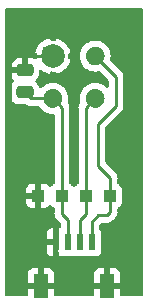
<source format=gbr>
G04 #@! TF.GenerationSoftware,KiCad,Pcbnew,(6.0.7)*
G04 #@! TF.CreationDate,2022-08-12T15:34:28-07:00*
G04 #@! TF.ProjectId,mlx90614-breakout,6d6c7839-3036-4313-942d-627265616b6f,rev?*
G04 #@! TF.SameCoordinates,Original*
G04 #@! TF.FileFunction,Copper,L1,Top*
G04 #@! TF.FilePolarity,Positive*
%FSLAX46Y46*%
G04 Gerber Fmt 4.6, Leading zero omitted, Abs format (unit mm)*
G04 Created by KiCad (PCBNEW (6.0.7)) date 2022-08-12 15:34:28*
%MOMM*%
%LPD*%
G01*
G04 APERTURE LIST*
G04 Aperture macros list*
%AMRoundRect*
0 Rectangle with rounded corners*
0 $1 Rounding radius*
0 $2 $3 $4 $5 $6 $7 $8 $9 X,Y pos of 4 corners*
0 Add a 4 corners polygon primitive as box body*
4,1,4,$2,$3,$4,$5,$6,$7,$8,$9,$2,$3,0*
0 Add four circle primitives for the rounded corners*
1,1,$1+$1,$2,$3*
1,1,$1+$1,$4,$5*
1,1,$1+$1,$6,$7*
1,1,$1+$1,$8,$9*
0 Add four rect primitives between the rounded corners*
20,1,$1+$1,$2,$3,$4,$5,0*
20,1,$1+$1,$4,$5,$6,$7,0*
20,1,$1+$1,$6,$7,$8,$9,0*
20,1,$1+$1,$8,$9,$2,$3,0*%
G04 Aperture macros list end*
G04 #@! TA.AperFunction,EtchedComponent*
%ADD10C,1.600000*%
G04 #@! TD*
G04 #@! TA.AperFunction,SMDPad,CuDef*
%ADD11R,1.000000X1.000000*%
G04 #@! TD*
G04 #@! TA.AperFunction,SMDPad,CuDef*
%ADD12R,0.600000X1.350000*%
G04 #@! TD*
G04 #@! TA.AperFunction,SMDPad,CuDef*
%ADD13R,1.200000X2.000000*%
G04 #@! TD*
G04 #@! TA.AperFunction,SMDPad,CuDef*
%ADD14RoundRect,0.250000X0.475000X-0.250000X0.475000X0.250000X-0.475000X0.250000X-0.475000X-0.250000X0*%
G04 #@! TD*
G04 #@! TA.AperFunction,ComponentPad*
%ADD15C,0.700000*%
G04 #@! TD*
G04 #@! TA.AperFunction,ComponentPad*
%ADD16C,2.000000*%
G04 #@! TD*
G04 #@! TA.AperFunction,Conductor*
%ADD17C,0.250000*%
G04 #@! TD*
G04 APERTURE END LIST*
D10*
X109154048Y-66246052D02*
G75*
G03*
X109154048Y-66246052I-100J0D01*
G01*
X112746150Y-66246052D02*
G75*
G03*
X112746150Y-66246052I-100J0D01*
G01*
X109153977Y-62654020D02*
G75*
G03*
X109153977Y-62654020I-100J0D01*
G01*
X112746149Y-62653950D02*
G75*
G03*
X112746149Y-62653950I-99J0D01*
G01*
D11*
X113997999Y-74483001D03*
X107901999Y-74483001D03*
D12*
X109443999Y-78428001D03*
X110443999Y-78428001D03*
X111443999Y-78428001D03*
X112443999Y-78428001D03*
D13*
X113743999Y-82103001D03*
X108143999Y-82103001D03*
D11*
X109933999Y-74483001D03*
D14*
X106758997Y-65715002D03*
X106758997Y-63815002D03*
D11*
X111965999Y-74483001D03*
D15*
X112746050Y-62653950D03*
X112746050Y-66246052D03*
X109153948Y-66246052D03*
D16*
X109153948Y-62653950D03*
D17*
X109933999Y-74483001D02*
X109933999Y-76007001D01*
X107290047Y-66246052D02*
X109153948Y-66246052D01*
X106758997Y-65715002D02*
X107290047Y-66246052D01*
X109153948Y-66246052D02*
X109933999Y-67026103D01*
X109933999Y-67026103D02*
X109933999Y-74483001D01*
X109933999Y-76007001D02*
X110443999Y-76517001D01*
X110443999Y-76517001D02*
X110443999Y-78428001D01*
X111965999Y-76007001D02*
X111965999Y-74483001D01*
X111443999Y-76529001D02*
X111965999Y-76007001D01*
X111443999Y-78428001D02*
X111443999Y-76529001D01*
X111965999Y-67026103D02*
X112746050Y-66246052D01*
X111965999Y-74483001D02*
X111965999Y-67026103D01*
X112443999Y-76672001D02*
X112981999Y-76134001D01*
X112981999Y-76134001D02*
X113743999Y-76134001D01*
X112981999Y-71943001D02*
X112981999Y-68387001D01*
X112981999Y-68387001D02*
X114505999Y-66863001D01*
X112443999Y-78428001D02*
X112443999Y-76672001D01*
X113997999Y-72959001D02*
X112981999Y-71943001D01*
X113997999Y-75880001D02*
X113997999Y-74483001D01*
X113743999Y-76134001D02*
X113997999Y-75880001D01*
X113997999Y-74483001D02*
X113997999Y-72959001D01*
X114505999Y-64413899D02*
X112746050Y-62653950D01*
X114505999Y-66863001D02*
X114505999Y-64413899D01*
X105488999Y-66736001D02*
X105488999Y-63180001D01*
X108143999Y-78428001D02*
X109443999Y-78428001D01*
X106015050Y-62653950D02*
X106777050Y-62653950D01*
X107901999Y-69149001D02*
X105488999Y-66736001D01*
X106777050Y-63796949D02*
X106777050Y-62653950D01*
X109443999Y-78428001D02*
X108163999Y-78428001D01*
X107901999Y-74483001D02*
X107901999Y-69149001D01*
X107901999Y-78166001D02*
X107901999Y-74483001D01*
X108143999Y-82103001D02*
X108143999Y-78428001D01*
X106758997Y-63815002D02*
X106777050Y-63796949D01*
X105488999Y-63180001D02*
X106015050Y-62653950D01*
X108163999Y-78428001D02*
X107901999Y-78166001D01*
X113743999Y-82103001D02*
X108143999Y-82103001D01*
X106777050Y-62653950D02*
X109153948Y-62653950D01*
G04 #@! TA.AperFunction,Conductor*
G36*
X116733620Y-58628503D02*
G01*
X116780113Y-58682159D01*
X116791499Y-58734501D01*
X116791499Y-82865501D01*
X116771497Y-82933622D01*
X116717841Y-82980115D01*
X116665499Y-82991501D01*
X114977999Y-82991501D01*
X114909878Y-82971499D01*
X114863385Y-82917843D01*
X114851999Y-82865501D01*
X114851999Y-82375116D01*
X114847524Y-82359877D01*
X114846134Y-82358672D01*
X114838451Y-82357001D01*
X112654115Y-82357001D01*
X112638876Y-82361476D01*
X112637671Y-82362866D01*
X112636000Y-82370549D01*
X112636000Y-82865501D01*
X112615998Y-82933622D01*
X112562342Y-82980115D01*
X112510000Y-82991501D01*
X109377999Y-82991501D01*
X109309878Y-82971499D01*
X109263385Y-82917843D01*
X109251999Y-82865501D01*
X109251999Y-82375116D01*
X109247524Y-82359877D01*
X109246134Y-82358672D01*
X109238451Y-82357001D01*
X107054115Y-82357001D01*
X107038876Y-82361476D01*
X107037671Y-82362866D01*
X107036000Y-82370549D01*
X107036000Y-82865501D01*
X107015998Y-82933622D01*
X106962342Y-82980115D01*
X106910000Y-82991501D01*
X105234499Y-82991501D01*
X105166378Y-82971499D01*
X105119885Y-82917843D01*
X105108499Y-82865501D01*
X105108499Y-81830886D01*
X107035999Y-81830886D01*
X107040474Y-81846125D01*
X107041864Y-81847330D01*
X107049547Y-81849001D01*
X107871884Y-81849001D01*
X107887123Y-81844526D01*
X107888328Y-81843136D01*
X107889999Y-81835453D01*
X107889999Y-81830886D01*
X108397999Y-81830886D01*
X108402474Y-81846125D01*
X108403864Y-81847330D01*
X108411547Y-81849001D01*
X109233883Y-81849001D01*
X109249122Y-81844526D01*
X109250327Y-81843136D01*
X109251998Y-81835453D01*
X109251998Y-81830886D01*
X112635999Y-81830886D01*
X112640474Y-81846125D01*
X112641864Y-81847330D01*
X112649547Y-81849001D01*
X113471884Y-81849001D01*
X113487123Y-81844526D01*
X113488328Y-81843136D01*
X113489999Y-81835453D01*
X113489999Y-81830886D01*
X113997999Y-81830886D01*
X114002474Y-81846125D01*
X114003864Y-81847330D01*
X114011547Y-81849001D01*
X114833883Y-81849001D01*
X114849122Y-81844526D01*
X114850327Y-81843136D01*
X114851998Y-81835453D01*
X114851998Y-81058332D01*
X114851628Y-81051511D01*
X114846104Y-81000649D01*
X114842478Y-80985397D01*
X114797323Y-80864947D01*
X114788785Y-80849352D01*
X114712284Y-80747277D01*
X114699723Y-80734716D01*
X114597648Y-80658215D01*
X114582053Y-80649677D01*
X114461605Y-80604523D01*
X114446350Y-80600896D01*
X114395485Y-80595370D01*
X114388671Y-80595001D01*
X114016114Y-80595001D01*
X114000875Y-80599476D01*
X113999670Y-80600866D01*
X113997999Y-80608549D01*
X113997999Y-81830886D01*
X113489999Y-81830886D01*
X113489999Y-80613117D01*
X113485524Y-80597878D01*
X113484134Y-80596673D01*
X113476451Y-80595002D01*
X113099330Y-80595002D01*
X113092509Y-80595372D01*
X113041647Y-80600896D01*
X113026395Y-80604522D01*
X112905945Y-80649677D01*
X112890350Y-80658215D01*
X112788275Y-80734716D01*
X112775714Y-80747277D01*
X112699213Y-80849352D01*
X112690675Y-80864947D01*
X112645521Y-80985395D01*
X112641894Y-81000650D01*
X112636368Y-81051515D01*
X112635999Y-81058329D01*
X112635999Y-81830886D01*
X109251998Y-81830886D01*
X109251998Y-81058332D01*
X109251628Y-81051511D01*
X109246104Y-81000649D01*
X109242478Y-80985397D01*
X109197323Y-80864947D01*
X109188785Y-80849352D01*
X109112284Y-80747277D01*
X109099723Y-80734716D01*
X108997648Y-80658215D01*
X108982053Y-80649677D01*
X108861605Y-80604523D01*
X108846350Y-80600896D01*
X108795485Y-80595370D01*
X108788671Y-80595001D01*
X108416114Y-80595001D01*
X108400875Y-80599476D01*
X108399670Y-80600866D01*
X108397999Y-80608549D01*
X108397999Y-81830886D01*
X107889999Y-81830886D01*
X107889999Y-80613117D01*
X107885524Y-80597878D01*
X107884134Y-80596673D01*
X107876451Y-80595002D01*
X107499330Y-80595002D01*
X107492509Y-80595372D01*
X107441647Y-80600896D01*
X107426395Y-80604522D01*
X107305945Y-80649677D01*
X107290350Y-80658215D01*
X107188275Y-80734716D01*
X107175714Y-80747277D01*
X107099213Y-80849352D01*
X107090675Y-80864947D01*
X107045521Y-80985395D01*
X107041894Y-81000650D01*
X107036368Y-81051515D01*
X107035999Y-81058329D01*
X107035999Y-81830886D01*
X105108499Y-81830886D01*
X105108499Y-79147670D01*
X108636000Y-79147670D01*
X108636370Y-79154491D01*
X108641894Y-79205353D01*
X108645520Y-79220605D01*
X108690675Y-79341055D01*
X108699213Y-79356650D01*
X108775714Y-79458725D01*
X108788275Y-79471286D01*
X108890350Y-79547787D01*
X108905945Y-79556325D01*
X109026393Y-79601479D01*
X109041648Y-79605106D01*
X109092513Y-79610632D01*
X109099327Y-79611001D01*
X109171884Y-79611001D01*
X109187123Y-79606526D01*
X109188328Y-79605136D01*
X109189999Y-79597453D01*
X109189999Y-78700116D01*
X109185524Y-78684877D01*
X109184134Y-78683672D01*
X109176451Y-78682001D01*
X108654115Y-78682001D01*
X108638876Y-78686476D01*
X108637671Y-78687866D01*
X108636000Y-78695549D01*
X108636000Y-79147670D01*
X105108499Y-79147670D01*
X105108499Y-78155886D01*
X108635999Y-78155886D01*
X108640474Y-78171125D01*
X108641864Y-78172330D01*
X108649547Y-78174001D01*
X109171884Y-78174001D01*
X109187123Y-78169526D01*
X109188328Y-78168136D01*
X109189999Y-78160453D01*
X109189999Y-77263117D01*
X109185524Y-77247878D01*
X109184134Y-77246673D01*
X109176451Y-77245002D01*
X109099330Y-77245002D01*
X109092509Y-77245372D01*
X109041647Y-77250896D01*
X109026395Y-77254522D01*
X108905945Y-77299677D01*
X108890350Y-77308215D01*
X108788275Y-77384716D01*
X108775714Y-77397277D01*
X108699213Y-77499352D01*
X108690675Y-77514947D01*
X108645521Y-77635395D01*
X108641894Y-77650650D01*
X108636368Y-77701515D01*
X108635999Y-77708329D01*
X108635999Y-78155886D01*
X105108499Y-78155886D01*
X105108499Y-75027670D01*
X106894000Y-75027670D01*
X106894370Y-75034491D01*
X106899894Y-75085353D01*
X106903520Y-75100605D01*
X106948675Y-75221055D01*
X106957213Y-75236650D01*
X107033714Y-75338725D01*
X107046275Y-75351286D01*
X107148350Y-75427787D01*
X107163945Y-75436325D01*
X107284393Y-75481479D01*
X107299648Y-75485106D01*
X107350513Y-75490632D01*
X107357327Y-75491001D01*
X107629884Y-75491001D01*
X107645123Y-75486526D01*
X107646328Y-75485136D01*
X107647999Y-75477453D01*
X107647999Y-74755116D01*
X107643524Y-74739877D01*
X107642134Y-74738672D01*
X107634451Y-74737001D01*
X106912115Y-74737001D01*
X106896876Y-74741476D01*
X106895671Y-74742866D01*
X106894000Y-74750549D01*
X106894000Y-75027670D01*
X105108499Y-75027670D01*
X105108499Y-74210886D01*
X106893999Y-74210886D01*
X106898474Y-74226125D01*
X106899864Y-74227330D01*
X106907547Y-74229001D01*
X107629884Y-74229001D01*
X107645123Y-74224526D01*
X107646328Y-74223136D01*
X107647999Y-74215453D01*
X107647999Y-73493117D01*
X107643524Y-73477878D01*
X107642134Y-73476673D01*
X107634451Y-73475002D01*
X107357330Y-73475002D01*
X107350509Y-73475372D01*
X107299647Y-73480896D01*
X107284395Y-73484522D01*
X107163945Y-73529677D01*
X107148350Y-73538215D01*
X107046275Y-73614716D01*
X107033714Y-73627277D01*
X106957213Y-73729352D01*
X106948675Y-73744947D01*
X106903521Y-73865395D01*
X106899894Y-73880650D01*
X106894368Y-73931515D01*
X106893999Y-73938329D01*
X106893999Y-74210886D01*
X105108499Y-74210886D01*
X105108499Y-66015402D01*
X105525497Y-66015402D01*
X105536471Y-66121168D01*
X105592447Y-66288948D01*
X105685519Y-66439350D01*
X105810694Y-66564307D01*
X105816924Y-66568147D01*
X105816925Y-66568148D01*
X105950982Y-66650782D01*
X105961259Y-66657117D01*
X106008530Y-66672796D01*
X106122608Y-66710634D01*
X106122610Y-66710634D01*
X106129136Y-66712799D01*
X106135972Y-66713499D01*
X106135975Y-66713500D01*
X106179028Y-66717911D01*
X106233597Y-66723502D01*
X106823163Y-66723502D01*
X106891284Y-66743504D01*
X106907566Y-66756207D01*
X106908944Y-66757208D01*
X106914726Y-66762638D01*
X106921672Y-66766457D01*
X106921675Y-66766459D01*
X106932481Y-66772400D01*
X106949000Y-66783251D01*
X106965006Y-66795666D01*
X106972275Y-66798811D01*
X106972279Y-66798814D01*
X107005584Y-66813226D01*
X107016234Y-66818443D01*
X107054987Y-66839747D01*
X107062662Y-66841718D01*
X107062663Y-66841718D01*
X107074609Y-66844785D01*
X107093314Y-66851189D01*
X107111902Y-66859233D01*
X107119725Y-66860472D01*
X107119735Y-66860475D01*
X107155571Y-66866151D01*
X107167191Y-66868557D01*
X107202336Y-66877580D01*
X107210017Y-66879552D01*
X107230271Y-66879552D01*
X107249981Y-66881103D01*
X107269990Y-66884272D01*
X107277882Y-66883526D01*
X107314008Y-66880111D01*
X107325866Y-66879552D01*
X107934432Y-66879552D01*
X108002553Y-66899554D01*
X108037645Y-66933281D01*
X108139289Y-67078443D01*
X108147673Y-67090417D01*
X108309583Y-67252327D01*
X108314091Y-67255484D01*
X108314094Y-67255486D01*
X108392147Y-67310139D01*
X108497148Y-67383662D01*
X108502130Y-67385985D01*
X108502135Y-67385988D01*
X108699689Y-67478108D01*
X108704671Y-67480431D01*
X108709979Y-67481853D01*
X108709981Y-67481854D01*
X108920529Y-67538270D01*
X108920531Y-67538270D01*
X108925844Y-67539694D01*
X109066133Y-67551968D01*
X109148470Y-67559172D01*
X109148473Y-67559172D01*
X109153948Y-67559651D01*
X109163522Y-67558813D01*
X109233124Y-67572803D01*
X109284116Y-67622204D01*
X109300499Y-67684334D01*
X109300499Y-73402619D01*
X109280497Y-73470740D01*
X109226841Y-73517233D01*
X109218730Y-73520600D01*
X109195706Y-73529232D01*
X109195703Y-73529233D01*
X109187294Y-73532386D01*
X109070738Y-73619740D01*
X109018826Y-73689007D01*
X109018513Y-73689424D01*
X108961654Y-73731939D01*
X108890836Y-73736965D01*
X108828542Y-73702905D01*
X108816861Y-73689424D01*
X108770285Y-73627278D01*
X108757723Y-73614716D01*
X108655648Y-73538215D01*
X108640053Y-73529677D01*
X108519605Y-73484523D01*
X108504350Y-73480896D01*
X108453485Y-73475370D01*
X108446671Y-73475001D01*
X108174114Y-73475001D01*
X108158875Y-73479476D01*
X108157670Y-73480866D01*
X108155999Y-73488549D01*
X108155999Y-75472885D01*
X108160474Y-75488124D01*
X108161864Y-75489329D01*
X108169547Y-75491000D01*
X108446668Y-75491000D01*
X108453489Y-75490630D01*
X108504351Y-75485106D01*
X108519603Y-75481480D01*
X108640053Y-75436325D01*
X108655648Y-75427787D01*
X108757723Y-75351286D01*
X108770285Y-75338724D01*
X108816861Y-75276578D01*
X108873720Y-75234063D01*
X108944539Y-75229037D01*
X109006832Y-75263097D01*
X109018511Y-75276575D01*
X109070738Y-75346262D01*
X109187294Y-75433616D01*
X109195703Y-75436769D01*
X109195706Y-75436770D01*
X109218730Y-75445402D01*
X109275494Y-75488044D01*
X109300193Y-75554606D01*
X109300499Y-75563383D01*
X109300499Y-75928234D01*
X109299972Y-75939417D01*
X109298297Y-75946910D01*
X109298546Y-75954836D01*
X109298546Y-75954837D01*
X109300437Y-76014987D01*
X109300499Y-76018946D01*
X109300499Y-76046857D01*
X109300996Y-76050791D01*
X109300996Y-76050792D01*
X109301004Y-76050857D01*
X109301937Y-76062694D01*
X109303326Y-76106890D01*
X109307718Y-76122006D01*
X109308977Y-76126340D01*
X109312986Y-76145701D01*
X109315525Y-76165798D01*
X109318444Y-76173169D01*
X109318444Y-76173171D01*
X109331803Y-76206913D01*
X109335648Y-76218143D01*
X109345770Y-76252984D01*
X109347981Y-76260594D01*
X109352014Y-76267413D01*
X109352016Y-76267418D01*
X109358292Y-76278029D01*
X109366987Y-76295777D01*
X109374447Y-76314618D01*
X109379109Y-76321034D01*
X109379109Y-76321035D01*
X109400435Y-76350388D01*
X109406951Y-76360308D01*
X109416036Y-76375669D01*
X109429457Y-76398363D01*
X109443778Y-76412684D01*
X109456618Y-76427717D01*
X109468527Y-76444108D01*
X109500412Y-76470485D01*
X109502592Y-76472289D01*
X109511373Y-76480279D01*
X109773595Y-76742502D01*
X109807620Y-76804814D01*
X109810499Y-76831597D01*
X109810499Y-77122965D01*
X109790497Y-77191086D01*
X109736841Y-77237579D01*
X109719997Y-77243861D01*
X109700875Y-77249476D01*
X109699670Y-77250866D01*
X109697999Y-77258549D01*
X109697999Y-77471143D01*
X109689981Y-77515372D01*
X109645028Y-77635283D01*
X109645026Y-77635289D01*
X109642254Y-77642685D01*
X109635499Y-77704867D01*
X109635499Y-79151135D01*
X109642254Y-79213317D01*
X109645026Y-79220713D01*
X109645028Y-79220719D01*
X109689981Y-79340630D01*
X109697999Y-79384859D01*
X109697999Y-79592885D01*
X109702474Y-79608124D01*
X109703864Y-79609329D01*
X109711547Y-79611000D01*
X109788668Y-79611000D01*
X109795489Y-79610630D01*
X109846351Y-79605106D01*
X109861603Y-79601480D01*
X109899057Y-79587439D01*
X109969864Y-79582256D01*
X109987515Y-79587439D01*
X110033683Y-79604746D01*
X110095865Y-79611501D01*
X110792133Y-79611501D01*
X110796745Y-79611000D01*
X110846465Y-79605599D01*
X110846467Y-79605599D01*
X110854315Y-79604746D01*
X110861708Y-79601974D01*
X110861710Y-79601974D01*
X110899770Y-79587706D01*
X110970577Y-79582523D01*
X110988228Y-79587706D01*
X111026288Y-79601974D01*
X111026290Y-79601974D01*
X111033683Y-79604746D01*
X111041531Y-79605599D01*
X111041533Y-79605599D01*
X111091253Y-79611000D01*
X111095865Y-79611501D01*
X111792133Y-79611501D01*
X111796745Y-79611000D01*
X111846465Y-79605599D01*
X111846467Y-79605599D01*
X111854315Y-79604746D01*
X111861708Y-79601974D01*
X111861710Y-79601974D01*
X111899770Y-79587706D01*
X111970577Y-79582523D01*
X111988228Y-79587706D01*
X112026288Y-79601974D01*
X112026290Y-79601974D01*
X112033683Y-79604746D01*
X112041531Y-79605599D01*
X112041533Y-79605599D01*
X112091253Y-79611000D01*
X112095865Y-79611501D01*
X112792133Y-79611501D01*
X112854315Y-79604746D01*
X112990704Y-79553616D01*
X113107260Y-79466262D01*
X113194614Y-79349706D01*
X113245744Y-79213317D01*
X113252499Y-79151135D01*
X113252499Y-77704867D01*
X113245744Y-77642685D01*
X113194614Y-77506296D01*
X113107260Y-77389740D01*
X113108864Y-77388538D01*
X113080378Y-77336371D01*
X113077499Y-77309588D01*
X113077499Y-76986596D01*
X113097501Y-76918475D01*
X113114404Y-76897500D01*
X113207500Y-76804405D01*
X113269812Y-76770380D01*
X113296595Y-76767501D01*
X113665232Y-76767501D01*
X113676415Y-76768028D01*
X113683908Y-76769703D01*
X113691834Y-76769454D01*
X113691835Y-76769454D01*
X113751985Y-76767563D01*
X113755944Y-76767501D01*
X113783855Y-76767501D01*
X113787790Y-76767004D01*
X113787855Y-76766996D01*
X113799692Y-76766063D01*
X113831950Y-76765049D01*
X113835969Y-76764923D01*
X113843888Y-76764674D01*
X113863342Y-76759022D01*
X113882699Y-76755014D01*
X113894929Y-76753469D01*
X113894930Y-76753469D01*
X113902796Y-76752475D01*
X113910167Y-76749556D01*
X113910169Y-76749556D01*
X113943911Y-76736197D01*
X113955141Y-76732352D01*
X113989982Y-76722230D01*
X113989983Y-76722230D01*
X113997592Y-76720019D01*
X114004411Y-76715986D01*
X114004416Y-76715984D01*
X114015027Y-76709708D01*
X114032775Y-76701013D01*
X114051616Y-76693553D01*
X114087386Y-76667565D01*
X114097306Y-76661049D01*
X114128534Y-76642581D01*
X114128537Y-76642579D01*
X114135361Y-76638543D01*
X114149682Y-76624222D01*
X114164716Y-76611381D01*
X114174693Y-76604132D01*
X114181106Y-76599473D01*
X114209297Y-76565396D01*
X114217287Y-76556617D01*
X114390246Y-76383658D01*
X114398536Y-76376114D01*
X114405017Y-76372001D01*
X114451658Y-76322333D01*
X114454412Y-76319492D01*
X114474133Y-76299771D01*
X114476611Y-76296576D01*
X114484317Y-76287554D01*
X114509157Y-76261102D01*
X114514585Y-76255322D01*
X114524345Y-76237569D01*
X114535198Y-76221046D01*
X114537450Y-76218143D01*
X114547612Y-76205042D01*
X114565175Y-76164458D01*
X114570382Y-76153828D01*
X114591694Y-76115061D01*
X114593665Y-76107384D01*
X114593667Y-76107379D01*
X114596731Y-76095443D01*
X114603137Y-76076731D01*
X114608032Y-76065420D01*
X114611180Y-76058146D01*
X114612420Y-76050318D01*
X114612422Y-76050311D01*
X114618098Y-76014477D01*
X114620504Y-76002857D01*
X114629527Y-75967712D01*
X114629527Y-75967711D01*
X114631499Y-75960031D01*
X114631499Y-75939777D01*
X114633050Y-75920066D01*
X114634979Y-75907887D01*
X114636219Y-75900058D01*
X114632058Y-75856039D01*
X114631499Y-75844182D01*
X114631499Y-75563383D01*
X114651501Y-75495262D01*
X114705157Y-75448769D01*
X114713268Y-75445402D01*
X114736292Y-75436770D01*
X114736295Y-75436769D01*
X114744704Y-75433616D01*
X114861260Y-75346262D01*
X114948614Y-75229706D01*
X114999744Y-75093317D01*
X115006499Y-75031135D01*
X115006499Y-73934867D01*
X114999744Y-73872685D01*
X114948614Y-73736296D01*
X114861260Y-73619740D01*
X114744704Y-73532386D01*
X114736295Y-73529233D01*
X114736292Y-73529232D01*
X114713268Y-73520600D01*
X114656504Y-73477958D01*
X114631805Y-73411396D01*
X114631499Y-73402619D01*
X114631499Y-73037768D01*
X114632026Y-73026585D01*
X114633701Y-73019092D01*
X114631561Y-72951001D01*
X114631499Y-72947044D01*
X114631499Y-72919145D01*
X114630995Y-72915154D01*
X114630062Y-72903312D01*
X114628922Y-72867037D01*
X114628673Y-72859112D01*
X114626461Y-72851498D01*
X114626460Y-72851493D01*
X114623022Y-72839660D01*
X114619011Y-72820296D01*
X114617466Y-72808065D01*
X114616473Y-72800204D01*
X114613556Y-72792837D01*
X114613555Y-72792832D01*
X114600197Y-72759093D01*
X114596353Y-72747866D01*
X114586229Y-72713023D01*
X114584017Y-72705408D01*
X114573706Y-72687973D01*
X114565011Y-72670225D01*
X114557551Y-72651384D01*
X114546286Y-72635878D01*
X114531563Y-72615614D01*
X114525047Y-72605694D01*
X114506579Y-72574466D01*
X114506577Y-72574463D01*
X114502541Y-72567639D01*
X114488220Y-72553318D01*
X114475379Y-72538284D01*
X114468130Y-72528307D01*
X114463471Y-72521894D01*
X114457367Y-72516844D01*
X114457362Y-72516839D01*
X114429401Y-72493708D01*
X114420620Y-72485718D01*
X113652403Y-71717500D01*
X113618378Y-71655188D01*
X113615499Y-71628405D01*
X113615499Y-68701595D01*
X113635501Y-68633474D01*
X113652404Y-68612500D01*
X114898246Y-67366658D01*
X114906536Y-67359114D01*
X114913017Y-67355001D01*
X114959658Y-67305333D01*
X114962412Y-67302492D01*
X114982133Y-67282771D01*
X114984611Y-67279576D01*
X114992317Y-67270554D01*
X115017157Y-67244102D01*
X115022585Y-67238322D01*
X115032345Y-67220569D01*
X115043198Y-67204046D01*
X115050752Y-67194307D01*
X115055612Y-67188042D01*
X115073175Y-67147458D01*
X115078382Y-67136828D01*
X115099694Y-67098061D01*
X115101665Y-67090384D01*
X115101667Y-67090379D01*
X115104731Y-67078443D01*
X115111137Y-67059731D01*
X115116033Y-67048418D01*
X115119180Y-67041146D01*
X115122830Y-67018105D01*
X115126096Y-66997482D01*
X115128503Y-66985861D01*
X115137527Y-66950712D01*
X115137527Y-66950711D01*
X115139499Y-66943031D01*
X115139499Y-66922770D01*
X115141050Y-66903059D01*
X115142978Y-66890886D01*
X115144218Y-66883058D01*
X115140058Y-66839047D01*
X115139499Y-66827190D01*
X115139499Y-64492667D01*
X115140026Y-64481484D01*
X115141701Y-64473991D01*
X115139561Y-64405900D01*
X115139499Y-64401943D01*
X115139499Y-64374043D01*
X115138995Y-64370052D01*
X115138062Y-64358210D01*
X115136922Y-64321935D01*
X115136673Y-64314010D01*
X115134461Y-64306396D01*
X115134460Y-64306391D01*
X115131022Y-64294558D01*
X115127011Y-64275194D01*
X115125466Y-64262963D01*
X115124473Y-64255102D01*
X115121556Y-64247735D01*
X115121555Y-64247730D01*
X115108197Y-64213991D01*
X115104353Y-64202764D01*
X115094229Y-64167921D01*
X115092017Y-64160306D01*
X115081706Y-64142871D01*
X115073011Y-64125123D01*
X115065551Y-64106282D01*
X115039563Y-64070512D01*
X115033047Y-64060592D01*
X115014579Y-64029364D01*
X115014577Y-64029361D01*
X115010541Y-64022537D01*
X114996220Y-64008216D01*
X114983379Y-63993182D01*
X114976130Y-63983205D01*
X114971471Y-63976792D01*
X114965367Y-63971742D01*
X114965362Y-63971737D01*
X114937401Y-63948606D01*
X114928620Y-63940616D01*
X114055283Y-63067278D01*
X114021258Y-63004966D01*
X114022672Y-62945573D01*
X114038266Y-62887372D01*
X114038267Y-62887369D01*
X114039691Y-62882054D01*
X114059648Y-62653950D01*
X114039691Y-62425846D01*
X114031688Y-62395977D01*
X113981851Y-62209983D01*
X113981850Y-62209981D01*
X113980428Y-62204673D01*
X113974200Y-62191316D01*
X113885985Y-62002138D01*
X113885982Y-62002133D01*
X113883659Y-61997151D01*
X113752324Y-61809585D01*
X113590415Y-61647676D01*
X113585907Y-61644519D01*
X113585904Y-61644517D01*
X113407358Y-61519498D01*
X113407356Y-61519497D01*
X113402849Y-61516341D01*
X113397867Y-61514018D01*
X113397862Y-61514015D01*
X113200309Y-61421895D01*
X113200308Y-61421894D01*
X113195327Y-61419572D01*
X113190019Y-61418150D01*
X113190017Y-61418149D01*
X112979469Y-61361733D01*
X112979467Y-61361733D01*
X112974154Y-61360309D01*
X112746050Y-61340352D01*
X112517946Y-61360309D01*
X112512633Y-61361733D01*
X112512631Y-61361733D01*
X112302083Y-61418149D01*
X112302081Y-61418150D01*
X112296773Y-61419572D01*
X112291792Y-61421894D01*
X112291791Y-61421895D01*
X112094238Y-61514015D01*
X112094233Y-61514018D01*
X112089251Y-61516341D01*
X112084744Y-61519497D01*
X112084742Y-61519498D01*
X111906196Y-61644517D01*
X111906193Y-61644519D01*
X111901685Y-61647676D01*
X111739776Y-61809585D01*
X111608441Y-61997151D01*
X111606118Y-62002133D01*
X111606115Y-62002138D01*
X111517900Y-62191316D01*
X111511672Y-62204673D01*
X111510250Y-62209981D01*
X111510249Y-62209983D01*
X111460412Y-62395977D01*
X111452409Y-62425846D01*
X111432452Y-62653950D01*
X111452409Y-62882054D01*
X111453833Y-62887367D01*
X111453833Y-62887369D01*
X111502040Y-63067278D01*
X111511672Y-63103227D01*
X111513994Y-63108208D01*
X111513995Y-63108209D01*
X111606115Y-63305762D01*
X111606118Y-63305767D01*
X111608441Y-63310749D01*
X111739776Y-63498315D01*
X111901685Y-63660224D01*
X111906193Y-63663381D01*
X111906196Y-63663383D01*
X111996725Y-63726772D01*
X112089251Y-63791559D01*
X112094233Y-63793882D01*
X112094238Y-63793885D01*
X112279572Y-63880307D01*
X112296773Y-63888328D01*
X112302081Y-63889750D01*
X112302083Y-63889751D01*
X112512631Y-63946167D01*
X112512633Y-63946167D01*
X112517946Y-63947591D01*
X112746050Y-63967548D01*
X112974154Y-63947591D01*
X112979465Y-63946168D01*
X112979476Y-63946166D01*
X113037671Y-63930572D01*
X113108647Y-63932261D01*
X113159379Y-63963183D01*
X113502586Y-64306391D01*
X113835595Y-64639400D01*
X113869620Y-64701712D01*
X113872499Y-64728495D01*
X113872499Y-65217671D01*
X113852497Y-65285792D01*
X113798841Y-65332285D01*
X113728567Y-65342389D01*
X113663987Y-65312895D01*
X113657404Y-65306766D01*
X113590415Y-65239777D01*
X113558845Y-65217671D01*
X113459350Y-65148004D01*
X113402850Y-65108442D01*
X113397868Y-65106119D01*
X113397863Y-65106116D01*
X113200309Y-65013996D01*
X113200308Y-65013996D01*
X113195327Y-65011673D01*
X113190019Y-65010251D01*
X113190017Y-65010250D01*
X112979469Y-64953834D01*
X112979467Y-64953834D01*
X112974154Y-64952410D01*
X112746050Y-64932453D01*
X112517946Y-64952410D01*
X112512633Y-64953834D01*
X112512631Y-64953834D01*
X112302083Y-65010250D01*
X112302081Y-65010251D01*
X112296773Y-65011673D01*
X112291792Y-65013995D01*
X112291791Y-65013996D01*
X112094238Y-65106116D01*
X112094233Y-65106119D01*
X112089251Y-65108442D01*
X112084744Y-65111598D01*
X112084742Y-65111599D01*
X111906196Y-65236618D01*
X111906193Y-65236620D01*
X111901685Y-65239777D01*
X111739775Y-65401687D01*
X111736618Y-65406195D01*
X111736616Y-65406198D01*
X111728479Y-65417819D01*
X111608440Y-65589253D01*
X111606117Y-65594235D01*
X111606114Y-65594240D01*
X111513994Y-65791793D01*
X111511671Y-65796775D01*
X111452408Y-66017948D01*
X111432451Y-66246052D01*
X111452408Y-66474156D01*
X111453832Y-66479471D01*
X111453833Y-66479474D01*
X111470952Y-66543367D01*
X111469262Y-66614344D01*
X111452432Y-66647567D01*
X111449413Y-66650782D01*
X111445597Y-66657722D01*
X111445594Y-66657727D01*
X111439651Y-66668537D01*
X111428800Y-66685056D01*
X111416385Y-66701062D01*
X111413240Y-66708331D01*
X111413237Y-66708335D01*
X111398825Y-66741640D01*
X111393608Y-66752290D01*
X111372304Y-66791043D01*
X111370333Y-66798718D01*
X111370333Y-66798719D01*
X111367266Y-66810665D01*
X111360862Y-66829369D01*
X111358023Y-66835931D01*
X111352818Y-66847958D01*
X111351579Y-66855781D01*
X111351576Y-66855791D01*
X111345900Y-66891627D01*
X111343494Y-66903247D01*
X111332499Y-66946073D01*
X111332499Y-66966327D01*
X111330948Y-66986037D01*
X111327779Y-67006046D01*
X111328525Y-67013938D01*
X111331940Y-67050064D01*
X111332499Y-67061922D01*
X111332499Y-73402619D01*
X111312497Y-73470740D01*
X111258841Y-73517233D01*
X111250730Y-73520600D01*
X111227706Y-73529232D01*
X111227703Y-73529233D01*
X111219294Y-73532386D01*
X111102738Y-73619740D01*
X111097357Y-73626920D01*
X111097356Y-73626921D01*
X111050825Y-73689007D01*
X110993966Y-73731522D01*
X110923147Y-73736548D01*
X110860854Y-73702488D01*
X110849173Y-73689007D01*
X110802642Y-73626921D01*
X110802641Y-73626920D01*
X110797260Y-73619740D01*
X110680704Y-73532386D01*
X110672295Y-73529233D01*
X110672292Y-73529232D01*
X110649268Y-73520600D01*
X110592504Y-73477958D01*
X110567805Y-73411396D01*
X110567499Y-73402619D01*
X110567499Y-67104871D01*
X110568026Y-67093688D01*
X110569701Y-67086195D01*
X110568566Y-67050064D01*
X110567561Y-67018105D01*
X110567499Y-67014147D01*
X110567499Y-66986247D01*
X110566995Y-66982256D01*
X110566062Y-66970414D01*
X110565547Y-66954002D01*
X110564673Y-66926214D01*
X110562461Y-66918600D01*
X110562460Y-66918595D01*
X110559022Y-66906762D01*
X110555011Y-66887398D01*
X110554460Y-66883032D01*
X110552473Y-66867306D01*
X110549556Y-66859939D01*
X110549555Y-66859934D01*
X110536197Y-66826195D01*
X110532353Y-66814968D01*
X110526745Y-66795666D01*
X110520017Y-66772510D01*
X110509706Y-66755075D01*
X110501011Y-66737327D01*
X110493551Y-66718486D01*
X110467563Y-66682716D01*
X110461047Y-66672796D01*
X110442119Y-66640791D01*
X110424659Y-66571975D01*
X110428865Y-66544040D01*
X110446166Y-66479471D01*
X110446166Y-66479470D01*
X110447590Y-66474156D01*
X110467547Y-66246052D01*
X110447590Y-66017948D01*
X110388327Y-65796775D01*
X110386004Y-65791793D01*
X110293884Y-65594240D01*
X110293881Y-65594235D01*
X110291558Y-65589253D01*
X110171519Y-65417819D01*
X110163382Y-65406198D01*
X110163380Y-65406195D01*
X110160223Y-65401687D01*
X109998313Y-65239777D01*
X109966743Y-65217671D01*
X109867248Y-65148004D01*
X109810748Y-65108442D01*
X109805766Y-65106119D01*
X109805761Y-65106116D01*
X109608207Y-65013996D01*
X109608206Y-65013996D01*
X109603225Y-65011673D01*
X109597917Y-65010251D01*
X109597915Y-65010250D01*
X109387367Y-64953834D01*
X109387365Y-64953834D01*
X109382052Y-64952410D01*
X109153948Y-64932453D01*
X108925844Y-64952410D01*
X108920531Y-64953834D01*
X108920529Y-64953834D01*
X108709981Y-65010250D01*
X108709979Y-65010251D01*
X108704671Y-65011673D01*
X108699690Y-65013995D01*
X108699689Y-65013996D01*
X108502136Y-65106116D01*
X108502131Y-65106119D01*
X108497149Y-65108442D01*
X108492642Y-65111598D01*
X108492640Y-65111599D01*
X108314094Y-65236618D01*
X108314091Y-65236620D01*
X108309583Y-65239777D01*
X108190349Y-65359011D01*
X108128037Y-65393037D01*
X108057222Y-65387972D01*
X108000386Y-65345425D01*
X107983410Y-65308206D01*
X107981523Y-65308836D01*
X107927865Y-65148004D01*
X107925547Y-65141056D01*
X107832475Y-64990654D01*
X107707300Y-64865697D01*
X107702762Y-64862900D01*
X107662173Y-64805649D01*
X107658943Y-64734726D01*
X107694569Y-64673315D01*
X107703065Y-64665940D01*
X107713204Y-64657904D01*
X107827736Y-64543173D01*
X107836748Y-64531762D01*
X107921813Y-64393759D01*
X107927960Y-64380578D01*
X107979135Y-64226292D01*
X107982002Y-64212916D01*
X107991669Y-64118564D01*
X107991997Y-64112148D01*
X107991997Y-63918016D01*
X108011999Y-63849895D01*
X108065655Y-63803402D01*
X108135929Y-63793298D01*
X108199828Y-63822205D01*
X108261065Y-63874507D01*
X108269049Y-63880307D01*
X108462990Y-63999155D01*
X108471785Y-64003637D01*
X108681940Y-64090686D01*
X108691314Y-64093732D01*
X108882333Y-64139592D01*
X108896417Y-64138887D01*
X108899948Y-64130006D01*
X108899948Y-64082908D01*
X108919950Y-64014787D01*
X108973606Y-63968294D01*
X109036930Y-63957388D01*
X109148391Y-63967140D01*
X109148402Y-63967140D01*
X109153877Y-63967619D01*
X109159352Y-63967140D01*
X109270966Y-63957375D01*
X109340571Y-63971364D01*
X109391564Y-64020764D01*
X109407948Y-64082896D01*
X109407948Y-64125706D01*
X109411921Y-64139237D01*
X109421379Y-64140597D01*
X109616582Y-64093732D01*
X109625956Y-64090686D01*
X109836111Y-64003637D01*
X109844906Y-63999155D01*
X110038847Y-63880307D01*
X110046831Y-63874507D01*
X110219806Y-63726772D01*
X110226770Y-63719808D01*
X110374505Y-63546833D01*
X110380305Y-63538849D01*
X110499153Y-63344908D01*
X110503635Y-63336113D01*
X110590684Y-63125958D01*
X110593730Y-63116584D01*
X110639590Y-62925565D01*
X110638885Y-62911481D01*
X110630004Y-62907950D01*
X110582765Y-62907950D01*
X110514644Y-62887948D01*
X110468151Y-62834292D01*
X110457245Y-62770968D01*
X110466997Y-62659506D01*
X110466997Y-62659495D01*
X110467476Y-62654020D01*
X110457232Y-62536932D01*
X110471221Y-62467327D01*
X110520621Y-62416335D01*
X110582753Y-62399950D01*
X110625704Y-62399950D01*
X110639235Y-62395977D01*
X110640595Y-62386519D01*
X110593730Y-62191316D01*
X110590684Y-62181942D01*
X110503635Y-61971787D01*
X110499153Y-61962992D01*
X110380305Y-61769051D01*
X110374505Y-61761067D01*
X110226770Y-61588092D01*
X110219806Y-61581128D01*
X110046831Y-61433393D01*
X110038847Y-61427593D01*
X109844906Y-61308745D01*
X109836111Y-61304263D01*
X109625956Y-61217214D01*
X109616582Y-61214168D01*
X109425563Y-61168308D01*
X109411479Y-61169013D01*
X109407948Y-61177894D01*
X109407948Y-61225144D01*
X109387946Y-61293265D01*
X109334290Y-61339758D01*
X109270966Y-61350665D01*
X109159352Y-61340900D01*
X109153877Y-61340421D01*
X109148402Y-61340900D01*
X109148391Y-61340900D01*
X109036930Y-61350652D01*
X108967325Y-61336664D01*
X108916333Y-61287265D01*
X108899948Y-61225132D01*
X108899948Y-61182194D01*
X108895975Y-61168663D01*
X108886517Y-61167303D01*
X108691314Y-61214168D01*
X108681940Y-61217214D01*
X108471785Y-61304263D01*
X108462990Y-61308745D01*
X108269049Y-61427593D01*
X108261065Y-61433393D01*
X108088090Y-61581128D01*
X108081126Y-61588092D01*
X107933391Y-61761067D01*
X107927591Y-61769051D01*
X107808743Y-61962992D01*
X107804261Y-61971787D01*
X107717212Y-62181942D01*
X107714166Y-62191316D01*
X107668306Y-62382335D01*
X107669011Y-62396419D01*
X107677892Y-62399950D01*
X107725001Y-62399950D01*
X107793122Y-62419952D01*
X107839615Y-62473608D01*
X107850522Y-62536932D01*
X107840278Y-62654020D01*
X107840757Y-62659495D01*
X107840757Y-62659506D01*
X107850509Y-62770968D01*
X107836521Y-62840573D01*
X107787122Y-62891565D01*
X107724989Y-62907950D01*
X107664078Y-62907950D01*
X107664078Y-62905969D01*
X107617948Y-62905970D01*
X107587327Y-62892333D01*
X107562752Y-62877185D01*
X107549573Y-62871039D01*
X107395287Y-62819864D01*
X107381911Y-62816997D01*
X107287559Y-62807330D01*
X107281142Y-62807002D01*
X107031112Y-62807002D01*
X107015873Y-62811477D01*
X107014668Y-62812867D01*
X107012997Y-62820550D01*
X107012997Y-63943002D01*
X106992995Y-64011123D01*
X106939339Y-64057616D01*
X106886997Y-64069002D01*
X105544113Y-64069002D01*
X105528874Y-64073477D01*
X105527669Y-64074867D01*
X105525998Y-64082550D01*
X105525998Y-64112097D01*
X105526335Y-64118616D01*
X105536254Y-64214208D01*
X105539146Y-64227602D01*
X105590585Y-64381786D01*
X105596758Y-64394964D01*
X105682060Y-64532809D01*
X105691096Y-64544210D01*
X105805825Y-64658740D01*
X105814759Y-64665796D01*
X105855820Y-64723714D01*
X105859050Y-64794637D01*
X105823423Y-64856048D01*
X105815590Y-64862848D01*
X105809649Y-64866524D01*
X105684692Y-64991699D01*
X105591882Y-65142264D01*
X105536200Y-65310141D01*
X105525497Y-65414602D01*
X105525497Y-66015402D01*
X105108499Y-66015402D01*
X105108499Y-63542887D01*
X105525997Y-63542887D01*
X105530472Y-63558126D01*
X105531862Y-63559331D01*
X105539545Y-63561002D01*
X106486882Y-63561002D01*
X106502121Y-63556527D01*
X106503326Y-63555137D01*
X106504997Y-63547454D01*
X106504997Y-62825118D01*
X106500522Y-62809879D01*
X106499132Y-62808674D01*
X106491449Y-62807003D01*
X106236902Y-62807003D01*
X106230383Y-62807340D01*
X106134791Y-62817259D01*
X106121397Y-62820151D01*
X105967213Y-62871590D01*
X105954035Y-62877763D01*
X105816190Y-62963065D01*
X105804789Y-62972101D01*
X105690258Y-63086831D01*
X105681246Y-63098242D01*
X105596181Y-63236245D01*
X105590034Y-63249426D01*
X105538859Y-63403712D01*
X105535992Y-63417088D01*
X105526325Y-63511440D01*
X105525997Y-63517857D01*
X105525997Y-63542887D01*
X105108499Y-63542887D01*
X105108499Y-58734501D01*
X105128501Y-58666380D01*
X105182157Y-58619887D01*
X105234499Y-58608501D01*
X116665499Y-58608501D01*
X116733620Y-58628503D01*
G37*
G04 #@! TD.AperFunction*
M02*

</source>
